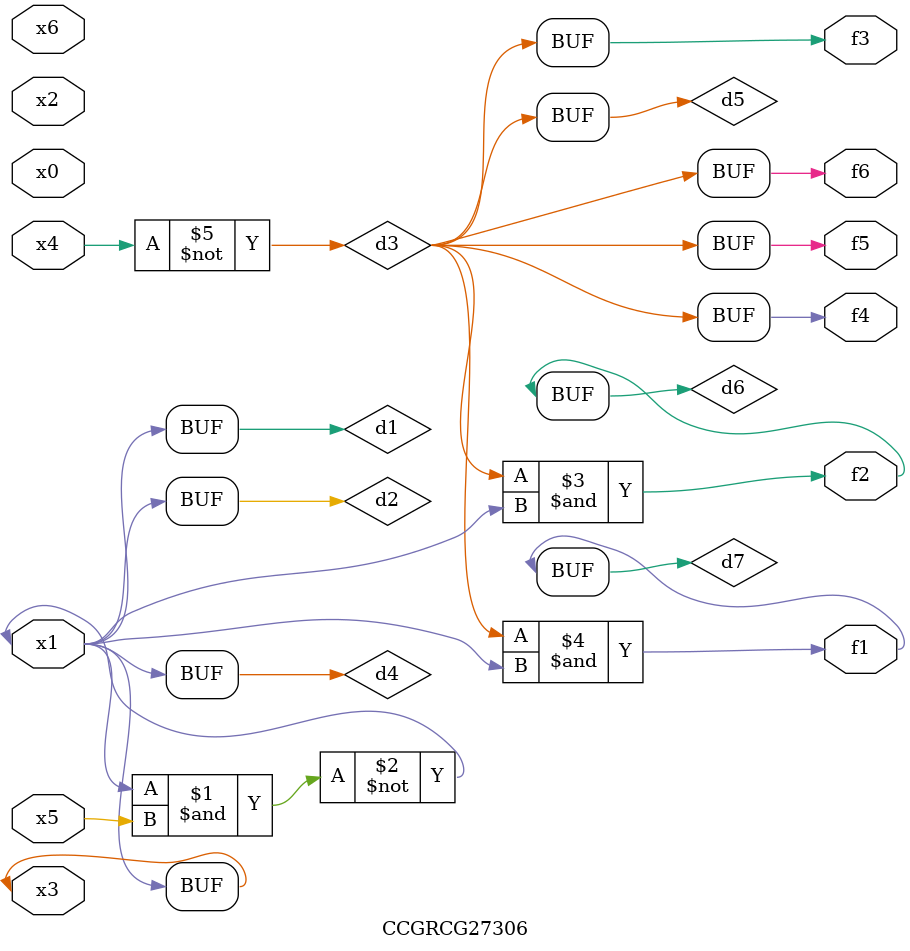
<source format=v>
module CCGRCG27306(
	input x0, x1, x2, x3, x4, x5, x6,
	output f1, f2, f3, f4, f5, f6
);

	wire d1, d2, d3, d4, d5, d6, d7;

	buf (d1, x1, x3);
	nand (d2, x1, x5);
	not (d3, x4);
	buf (d4, d1, d2);
	buf (d5, d3);
	and (d6, d3, d4);
	and (d7, d3, d4);
	assign f1 = d7;
	assign f2 = d6;
	assign f3 = d5;
	assign f4 = d5;
	assign f5 = d5;
	assign f6 = d5;
endmodule

</source>
